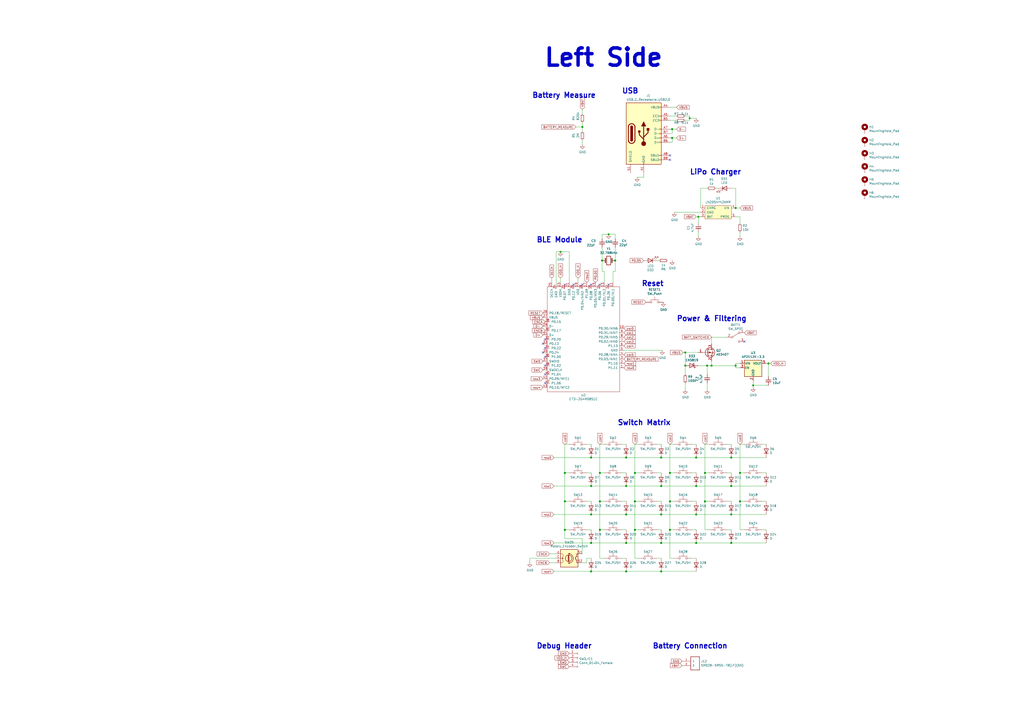
<source format=kicad_sch>
(kicad_sch (version 20201015) (generator eeschema)
  (paper "A2")
  (title_block (title "BlueSof") (date "2020-12-12") (rev "R1"))
  (junction (at 325.12 146.05) (diameter 0.9144))
  (junction (at 327.66 274.32) (diameter 1.016))
  (junction (at 327.66 290.83) (diameter 1.016))
  (junction (at 327.66 307.34) (diameter 1.016))
  (junction (at 337.82 73.66) (diameter 1.016))
  (junction (at 342.9 265.43) (diameter 1.016))
  (junction (at 342.9 281.94) (diameter 1.016))
  (junction (at 342.9 298.45) (diameter 1.016))
  (junction (at 342.9 314.96) (diameter 1.016))
  (junction (at 342.9 331.47) (diameter 1.016))
  (junction (at 347.98 274.32) (diameter 1.016))
  (junction (at 347.98 290.83) (diameter 1.016))
  (junction (at 347.98 307.34) (diameter 1.016))
  (junction (at 349.25 151.13) (diameter 1.016))
  (junction (at 353.06 135.89) (diameter 0.9144))
  (junction (at 356.87 151.13) (diameter 1.016))
  (junction (at 363.22 265.43) (diameter 1.016))
  (junction (at 363.22 281.94) (diameter 1.016))
  (junction (at 363.22 298.45) (diameter 1.016))
  (junction (at 363.22 314.96) (diameter 1.016))
  (junction (at 363.22 331.47) (diameter 1.016))
  (junction (at 368.3 274.32) (diameter 1.016))
  (junction (at 368.3 290.83) (diameter 1.016))
  (junction (at 368.3 307.34) (diameter 1.016))
  (junction (at 383.54 265.43) (diameter 1.016))
  (junction (at 383.54 281.94) (diameter 1.016))
  (junction (at 383.54 298.45) (diameter 1.016))
  (junction (at 383.54 314.96) (diameter 1.016))
  (junction (at 383.54 331.47) (diameter 1.016))
  (junction (at 388.62 274.32) (diameter 1.016))
  (junction (at 388.62 290.83) (diameter 1.016))
  (junction (at 388.62 307.34) (diameter 1.016))
  (junction (at 389.89 74.93) (diameter 1.016))
  (junction (at 389.89 80.01) (diameter 1.016))
  (junction (at 397.51 204.47) (diameter 1.016))
  (junction (at 397.51 212.09) (diameter 1.016))
  (junction (at 400.05 68.58) (diameter 0.9144))
  (junction (at 403.86 265.43) (diameter 1.016))
  (junction (at 403.86 281.94) (diameter 1.016))
  (junction (at 403.86 298.45) (diameter 1.016))
  (junction (at 403.86 314.96) (diameter 1.016))
  (junction (at 405.13 125.73) (diameter 1.016))
  (junction (at 408.94 274.32) (diameter 1.016))
  (junction (at 408.94 290.83) (diameter 1.016))
  (junction (at 410.21 212.09) (diameter 1.016))
  (junction (at 412.75 212.09) (diameter 1.016))
  (junction (at 424.18 265.43) (diameter 1.016))
  (junction (at 424.18 281.94) (diameter 1.016))
  (junction (at 424.18 298.45) (diameter 1.016))
  (junction (at 424.18 314.96) (diameter 1.016))
  (junction (at 426.72 120.65) (diameter 1.016))
  (junction (at 426.72 212.09) (diameter 1.016))
  (junction (at 429.26 274.32) (diameter 1.016))
  (junction (at 429.26 290.83) (diameter 1.016))
  (junction (at 436.88 223.52) (diameter 0.9144))
  (junction (at 445.77 210.82) (diameter 1.016))
  (no_connect (at 314.96 199.39))
  (no_connect (at 314.96 204.47))
  (no_connect (at 316.23 196.85))
  (no_connect (at 316.23 201.93))
  (no_connect (at 316.23 207.01))
  (no_connect (at 316.23 212.09))
  (no_connect (at 316.23 217.17))
  (no_connect (at 316.23 222.25))
  (no_connect (at 327.66 165.1))
  (no_connect (at 332.74 165.1))
  (no_connect (at 337.82 165.1))
  (no_connect (at 342.9 165.1))
  (no_connect (at 347.98 165.1))
  (no_connect (at 353.06 165.1))
  (no_connect (at 388.62 90.17))
  (no_connect (at 388.62 92.71))
  (no_connect (at 431.8 198.12))
  (wire (pts (xy 307.34 323.85) (xy 307.34 326.39)))
  (wire (pts (xy 318.77 321.31) (xy 322.58 321.31)))
  (wire (pts (xy 318.77 326.39) (xy 322.58 326.39)))
  (wire (pts (xy 320.04 163.83) (xy 320.04 161.29)))
  (wire (pts (xy 321.31 331.47) (xy 342.9 331.47)))
  (wire (pts (xy 322.58 146.05) (xy 325.12 146.05)))
  (wire (pts (xy 322.58 165.1) (xy 322.58 146.05)))
  (wire (pts (xy 322.58 323.85) (xy 307.34 323.85)))
  (wire (pts (xy 325.12 146.05) (xy 330.2 146.05)))
  (wire (pts (xy 325.12 163.83) (xy 325.12 161.29)))
  (wire (pts (xy 327.66 257.81) (xy 327.66 274.32)))
  (wire (pts (xy 327.66 257.81) (xy 330.2 257.81)))
  (wire (pts (xy 327.66 274.32) (xy 327.66 290.83)))
  (wire (pts (xy 327.66 274.32) (xy 330.2 274.32)))
  (wire (pts (xy 327.66 290.83) (xy 327.66 307.34)))
  (wire (pts (xy 327.66 290.83) (xy 330.2 290.83)))
  (wire (pts (xy 327.66 307.34) (xy 327.66 312.42)))
  (wire (pts (xy 327.66 307.34) (xy 330.2 307.34)))
  (wire (pts (xy 327.66 312.42) (xy 337.82 312.42)))
  (wire (pts (xy 330.2 163.83) (xy 330.2 146.05)))
  (wire (pts (xy 334.01 73.66) (xy 337.82 73.66)))
  (wire (pts (xy 335.28 163.83) (xy 335.28 161.29)))
  (wire (pts (xy 337.82 63.5) (xy 337.82 66.04)))
  (wire (pts (xy 337.82 71.12) (xy 337.82 73.66)))
  (wire (pts (xy 337.82 73.66) (xy 337.82 76.2)))
  (wire (pts (xy 337.82 81.28) (xy 337.82 83.82)))
  (wire (pts (xy 337.82 312.42) (xy 337.82 321.31)))
  (wire (pts (xy 337.82 326.39) (xy 340.36 326.39)))
  (wire (pts (xy 340.36 257.81) (xy 342.9 257.81)))
  (wire (pts (xy 340.36 274.32) (xy 342.9 274.32)))
  (wire (pts (xy 340.36 290.83) (xy 342.9 290.83)))
  (wire (pts (xy 340.36 307.34) (xy 342.9 307.34)))
  (wire (pts (xy 340.36 323.85) (xy 342.9 323.85)))
  (wire (pts (xy 340.36 326.39) (xy 340.36 323.85)))
  (wire (pts (xy 342.9 265.43) (xy 321.31 265.43)))
  (wire (pts (xy 342.9 281.94) (xy 321.31 281.94)))
  (wire (pts (xy 342.9 298.45) (xy 321.31 298.45)))
  (wire (pts (xy 342.9 314.96) (xy 321.31 314.96)))
  (wire (pts (xy 342.9 331.47) (xy 363.22 331.47)))
  (wire (pts (xy 347.98 257.81) (xy 347.98 274.32)))
  (wire (pts (xy 347.98 257.81) (xy 350.52 257.81)))
  (wire (pts (xy 347.98 274.32) (xy 347.98 290.83)))
  (wire (pts (xy 347.98 274.32) (xy 350.52 274.32)))
  (wire (pts (xy 347.98 290.83) (xy 347.98 307.34)))
  (wire (pts (xy 347.98 290.83) (xy 350.52 290.83)))
  (wire (pts (xy 347.98 307.34) (xy 347.98 323.85)))
  (wire (pts (xy 347.98 307.34) (xy 350.52 307.34)))
  (wire (pts (xy 347.98 323.85) (xy 350.52 323.85)))
  (wire (pts (xy 349.25 135.89) (xy 353.06 135.89)))
  (wire (pts (xy 349.25 138.43) (xy 349.25 135.89)))
  (wire (pts (xy 349.25 151.13) (xy 349.25 143.51)))
  (wire (pts (xy 349.25 157.48) (xy 349.25 151.13)))
  (wire (pts (xy 350.52 157.48) (xy 349.25 157.48)))
  (wire (pts (xy 350.52 163.83) (xy 350.52 157.48)))
  (wire (pts (xy 353.06 135.89) (xy 356.87 135.89)))
  (wire (pts (xy 355.6 157.48) (xy 356.87 157.48)))
  (wire (pts (xy 355.6 163.83) (xy 355.6 157.48)))
  (wire (pts (xy 356.87 135.89) (xy 356.87 138.43)))
  (wire (pts (xy 356.87 143.51) (xy 356.87 151.13)))
  (wire (pts (xy 356.87 157.48) (xy 356.87 151.13)))
  (wire (pts (xy 360.68 257.81) (xy 363.22 257.81)))
  (wire (pts (xy 360.68 274.32) (xy 363.22 274.32)))
  (wire (pts (xy 360.68 290.83) (xy 363.22 290.83)))
  (wire (pts (xy 360.68 307.34) (xy 363.22 307.34)))
  (wire (pts (xy 360.68 323.85) (xy 363.22 323.85)))
  (wire (pts (xy 361.95 203.2) (xy 384.175 203.2)))
  (wire (pts (xy 363.22 265.43) (xy 342.9 265.43)))
  (wire (pts (xy 363.22 265.43) (xy 383.54 265.43)))
  (wire (pts (xy 363.22 281.94) (xy 342.9 281.94)))
  (wire (pts (xy 363.22 281.94) (xy 383.54 281.94)))
  (wire (pts (xy 363.22 298.45) (xy 342.9 298.45)))
  (wire (pts (xy 363.22 298.45) (xy 383.54 298.45)))
  (wire (pts (xy 363.22 314.96) (xy 342.9 314.96)))
  (wire (pts (xy 363.22 314.96) (xy 383.54 314.96)))
  (wire (pts (xy 363.22 331.47) (xy 383.54 331.47)))
  (wire (pts (xy 368.3 257.81) (xy 368.3 274.32)))
  (wire (pts (xy 368.3 257.81) (xy 370.84 257.81)))
  (wire (pts (xy 368.3 274.32) (xy 368.3 290.83)))
  (wire (pts (xy 368.3 274.32) (xy 370.84 274.32)))
  (wire (pts (xy 368.3 290.83) (xy 368.3 307.34)))
  (wire (pts (xy 368.3 290.83) (xy 370.84 290.83)))
  (wire (pts (xy 368.3 307.34) (xy 368.3 323.85)))
  (wire (pts (xy 368.3 307.34) (xy 370.84 307.34)))
  (wire (pts (xy 368.3 323.85) (xy 370.84 323.85)))
  (wire (pts (xy 369.57 102.87) (xy 373.38 102.87)))
  (wire (pts (xy 373.38 102.87) (xy 373.38 100.33)))
  (wire (pts (xy 381 151.13) (xy 382.27 151.13)))
  (wire (pts (xy 381 257.81) (xy 383.54 257.81)))
  (wire (pts (xy 381 274.32) (xy 383.54 274.32)))
  (wire (pts (xy 381 290.83) (xy 383.54 290.83)))
  (wire (pts (xy 381 307.34) (xy 383.54 307.34)))
  (wire (pts (xy 381 323.85) (xy 383.54 323.85)))
  (wire (pts (xy 383.54 265.43) (xy 403.86 265.43)))
  (wire (pts (xy 383.54 281.94) (xy 403.86 281.94)))
  (wire (pts (xy 383.54 298.45) (xy 403.86 298.45)))
  (wire (pts (xy 383.54 314.96) (xy 403.86 314.96)))
  (wire (pts (xy 383.54 331.47) (xy 403.86 331.47)))
  (wire (pts (xy 388.62 74.93) (xy 389.89 74.93)))
  (wire (pts (xy 388.62 77.47) (xy 389.89 77.47)))
  (wire (pts (xy 388.62 80.01) (xy 389.89 80.01)))
  (wire (pts (xy 388.62 82.55) (xy 389.89 82.55)))
  (wire (pts (xy 388.62 257.81) (xy 388.62 274.32)))
  (wire (pts (xy 388.62 257.81) (xy 391.16 257.81)))
  (wire (pts (xy 388.62 274.32) (xy 388.62 290.83)))
  (wire (pts (xy 388.62 274.32) (xy 391.16 274.32)))
  (wire (pts (xy 388.62 290.83) (xy 388.62 307.34)))
  (wire (pts (xy 388.62 290.83) (xy 391.16 290.83)))
  (wire (pts (xy 388.62 307.34) (xy 388.62 323.85)))
  (wire (pts (xy 388.62 307.34) (xy 391.16 307.34)))
  (wire (pts (xy 388.62 323.85) (xy 391.16 323.85)))
  (wire (pts (xy 389.89 74.93) (xy 392.43 74.93)))
  (wire (pts (xy 389.89 77.47) (xy 389.89 74.93)))
  (wire (pts (xy 389.89 80.01) (xy 392.43 80.01)))
  (wire (pts (xy 389.89 82.55) (xy 389.89 80.01)))
  (wire (pts (xy 391.16 123.19) (xy 406.4 123.19)))
  (wire (pts (xy 392.43 62.23) (xy 388.62 62.23)))
  (wire (pts (xy 392.43 67.31) (xy 388.62 67.31)))
  (wire (pts (xy 392.43 69.85) (xy 388.62 69.85)))
  (wire (pts (xy 396.24 204.47) (xy 397.51 204.47)))
  (wire (pts (xy 397.51 67.31) (xy 400.05 67.31)))
  (wire (pts (xy 397.51 69.85) (xy 400.05 69.85)))
  (wire (pts (xy 397.51 204.47) (xy 397.51 212.09)))
  (wire (pts (xy 397.51 204.47) (xy 405.13 204.47)))
  (wire (pts (xy 397.51 217.17) (xy 397.51 212.09)))
  (wire (pts (xy 397.51 222.25) (xy 397.51 226.06)))
  (wire (pts (xy 400.05 67.31) (xy 400.05 68.58)))
  (wire (pts (xy 400.05 68.58) (xy 403.86 68.58)))
  (wire (pts (xy 400.05 69.85) (xy 400.05 68.58)))
  (wire (pts (xy 401.32 257.81) (xy 403.86 257.81)))
  (wire (pts (xy 401.32 274.32) (xy 403.86 274.32)))
  (wire (pts (xy 401.32 290.83) (xy 403.86 290.83)))
  (wire (pts (xy 401.32 307.34) (xy 403.86 307.34)))
  (wire (pts (xy 401.32 323.85) (xy 403.86 323.85)))
  (wire (pts (xy 403.86 281.94) (xy 424.18 281.94)))
  (wire (pts (xy 403.86 298.45) (xy 424.18 298.45)))
  (wire (pts (xy 403.86 314.96) (xy 424.18 314.96)))
  (wire (pts (xy 405.13 125.73) (xy 403.86 125.73)))
  (wire (pts (xy 405.13 125.73) (xy 405.13 129.54)))
  (wire (pts (xy 405.13 134.62) (xy 405.13 137.16)))
  (wire (pts (xy 405.13 212.09) (xy 410.21 212.09)))
  (wire (pts (xy 406.4 109.22) (xy 406.4 120.65)))
  (wire (pts (xy 406.4 125.73) (xy 405.13 125.73)))
  (wire (pts (xy 408.94 257.81) (xy 408.94 274.32)))
  (wire (pts (xy 408.94 257.81) (xy 411.48 257.81)))
  (wire (pts (xy 408.94 274.32) (xy 408.94 290.83)))
  (wire (pts (xy 408.94 274.32) (xy 411.48 274.32)))
  (wire (pts (xy 408.94 290.83) (xy 408.94 307.34)))
  (wire (pts (xy 408.94 290.83) (xy 411.48 290.83)))
  (wire (pts (xy 408.94 307.34) (xy 411.48 307.34)))
  (wire (pts (xy 410.21 109.22) (xy 406.4 109.22)))
  (wire (pts (xy 410.21 212.09) (xy 412.75 212.09)))
  (wire (pts (xy 410.21 217.17) (xy 410.21 212.09)))
  (wire (pts (xy 410.21 222.25) (xy 410.21 226.06)))
  (wire (pts (xy 412.75 195.58) (xy 412.75 199.39)))
  (wire (pts (xy 412.75 209.55) (xy 412.75 212.09)))
  (wire (pts (xy 412.75 212.09) (xy 426.72 212.09)))
  (wire (pts (xy 416.56 109.22) (xy 415.29 109.22)))
  (wire (pts (xy 421.64 195.58) (xy 412.75 195.58)))
  (wire (pts (xy 421.64 257.81) (xy 424.18 257.81)))
  (wire (pts (xy 421.64 274.32) (xy 424.18 274.32)))
  (wire (pts (xy 421.64 290.83) (xy 424.18 290.83)))
  (wire (pts (xy 421.64 307.34) (xy 424.18 307.34)))
  (wire (pts (xy 424.18 265.43) (xy 403.86 265.43)))
  (wire (pts (xy 424.18 265.43) (xy 444.5 265.43)))
  (wire (pts (xy 424.18 281.94) (xy 444.5 281.94)))
  (wire (pts (xy 424.18 298.45) (xy 444.5 298.45)))
  (wire (pts (xy 424.18 314.96) (xy 444.5 314.96)))
  (wire (pts (xy 426.72 109.22) (xy 424.18 109.22)))
  (wire (pts (xy 426.72 120.65) (xy 426.72 109.22)))
  (wire (pts (xy 426.72 125.73) (xy 429.26 125.73)))
  (wire (pts (xy 426.72 210.82) (xy 429.26 210.82)))
  (wire (pts (xy 426.72 212.09) (xy 426.72 210.82)))
  (wire (pts (xy 426.72 213.36) (xy 426.72 212.09)))
  (wire (pts (xy 426.72 213.36) (xy 429.26 213.36)))
  (wire (pts (xy 429.26 120.65) (xy 426.72 120.65)))
  (wire (pts (xy 429.26 125.73) (xy 429.26 129.54)))
  (wire (pts (xy 429.26 134.62) (xy 429.26 137.16)))
  (wire (pts (xy 429.26 257.81) (xy 429.26 274.32)))
  (wire (pts (xy 429.26 257.81) (xy 431.8 257.81)))
  (wire (pts (xy 429.26 274.32) (xy 429.26 290.83)))
  (wire (pts (xy 429.26 274.32) (xy 431.8 274.32)))
  (wire (pts (xy 429.26 290.83) (xy 429.26 307.34)))
  (wire (pts (xy 429.26 290.83) (xy 431.8 290.83)))
  (wire (pts (xy 429.26 307.34) (xy 431.8 307.34)))
  (wire (pts (xy 436.88 220.98) (xy 436.88 223.52)))
  (wire (pts (xy 436.88 223.52) (xy 436.88 224.79)))
  (wire (pts (xy 441.96 257.81) (xy 444.5 257.81)))
  (wire (pts (xy 441.96 274.32) (xy 444.5 274.32)))
  (wire (pts (xy 441.96 290.83) (xy 444.5 290.83)))
  (wire (pts (xy 441.96 307.34) (xy 444.5 307.34)))
  (wire (pts (xy 444.5 210.82) (xy 445.77 210.82)))
  (wire (pts (xy 445.77 210.82) (xy 447.04 210.82)))
  (wire (pts (xy 445.77 218.44) (xy 445.77 210.82)))
  (wire (pts (xy 445.77 223.52) (xy 436.88 223.52)))
  (text "Battery Measure" (at 308.61 57.15 0) (effects (font (size 2.9972 2.9972) (thickness 0.5994) bold) (justify left bottom)))
  (text "BLE Module" (at 311.15 140.97 0) (effects (font (size 2.9972 2.9972) (thickness 0.5994) bold) (justify left bottom)))
  (text "Debug Header" (at 311.15 376.555 0) (effects (font (size 2.9972 2.9972) (thickness 0.5994) bold) (justify left bottom)))
  (text "Left Side" (at 314.96 39.37 0) (effects (font (size 10.008 10.008) (thickness 2.0016) bold) (justify left bottom)))
  (text "Switch Matrix" (at 358.14 247.015 0) (effects (font (size 2.9972 2.9972) (thickness 0.5994) bold) (justify left bottom)))
  (text "USB" (at 360.68 54.61 0) (effects (font (size 2.9972 2.9972) (thickness 0.5994) bold) (justify left bottom)))
  (text "Reset" (at 372.11 166.37 0) (effects (font (size 2.9972 2.9972) (thickness 0.5994) bold) (justify left bottom)))
  (text "Battery Connection" (at 378.46 376.555 0) (effects (font (size 2.9972 2.9972) (thickness 0.5994) bold) (justify left bottom)))
  (text "Power & Filtering" (at 392.43 186.69 0) (effects (font (size 2.9972 2.9972) (thickness 0.5994) bold) (justify left bottom)))
  (text "LiPo Charger" (at 400.05 101.6 0) (effects (font (size 2.9972 2.9972) (thickness 0.5994) bold) (justify left bottom)))
  (global_label "RESET" (shape input) (at 314.96 181.61 180) (property "Intersheet References" "${INTERSHEET_REFS}" (effects hide)))
  (global_label "VBUS" (shape input) (at 314.96 184.15 180) (property "Intersheet References" "${INTERSHEET_REFS}" (effects hide)))
  (global_label "D-" (shape input) (at 314.96 189.23 180) (property "Intersheet References" "${INTERSHEET_REFS}" (effects hide)))
  (global_label "D+" (shape input) (at 314.96 194.31 180) (property "Intersheet References" "${INTERSHEET_REFS}" (effects hide)))
  (global_label "SWD" (shape input) (at 314.96 209.55 180) (property "Intersheet References" "${INTERSHEET_REFS}" (effects hide)))
  (global_label "SWC" (shape input) (at 314.96 214.63 180) (property "Intersheet References" "${INTERSHEET_REFS}" (effects hide)))
  (global_label "row3" (shape input) (at 314.96 219.71 180) (property "Intersheet References" "${INTERSHEET_REFS}" (effects hide)))
  (global_label "row4" (shape input) (at 314.96 224.79 180) (property "Intersheet References" "${INTERSHEET_REFS}" (effects hide)))
  (global_label "ENCA" (shape input) (at 316.23 186.69 180) (property "Intersheet References" "${INTERSHEET_REFS}" (effects hide)))
  (global_label "ENCB" (shape input) (at 316.23 191.77 180) (property "Intersheet References" "${INTERSHEET_REFS}" (effects hide)))
  (global_label "ENCA" (shape input) (at 318.77 321.31 180) (property "Intersheet References" "${INTERSHEET_REFS}" (effects hide)))
  (global_label "ENCB" (shape input) (at 318.77 326.39 180) (property "Intersheet References" "${INTERSHEET_REFS}" (effects hide)))
  (global_label "DCCH" (shape input) (at 320.04 161.29 90) (property "Intersheet References" "${INTERSHEET_REFS}" (effects hide)))
  (global_label "row0" (shape input) (at 321.31 265.43 180) (property "Intersheet References" "${INTERSHEET_REFS}" (effects hide)))
  (global_label "row1" (shape input) (at 321.31 281.94 180) (property "Intersheet References" "${INTERSHEET_REFS}" (effects hide)))
  (global_label "row2" (shape input) (at 321.31 298.45 180) (property "Intersheet References" "${INTERSHEET_REFS}" (effects hide)))
  (global_label "row3" (shape input) (at 321.31 314.96 180) (property "Intersheet References" "${INTERSHEET_REFS}" (effects hide)))
  (global_label "row4" (shape input) (at 321.31 331.47 180) (property "Intersheet References" "${INTERSHEET_REFS}" (effects hide)))
  (global_label "VDD_H" (shape input) (at 325.12 161.29 90) (property "Intersheet References" "${INTERSHEET_REFS}" (effects hide)))
  (global_label "col5" (shape input) (at 327.66 257.81 90) (property "Intersheet References" "${INTERSHEET_REFS}" (effects hide)))
  (global_label "GND" (shape input) (at 330.2 379.095 180) (property "Intersheet References" "${INTERSHEET_REFS}" (effects hide)))
  (global_label "VDD_H" (shape input) (at 330.2 381.635 180) (property "Intersheet References" "${INTERSHEET_REFS}" (effects hide)))
  (global_label "SWD" (shape input) (at 330.2 384.175 180) (property "Intersheet References" "${INTERSHEET_REFS}" (effects hide)))
  (global_label "SWC" (shape input) (at 330.2 386.715 180) (property "Intersheet References" "${INTERSHEET_REFS}" (effects hide)))
  (global_label "BATTERY_MEASURE" (shape input) (at 334.01 73.66 180) (property "Intersheet References" "${INTERSHEET_REFS}" (effects hide)))
  (global_label "VDD_H" (shape input) (at 335.28 161.29 90) (property "Intersheet References" "${INTERSHEET_REFS}" (effects hide)))
  (global_label "VBAT" (shape input) (at 337.82 63.5 90) (property "Intersheet References" "${INTERSHEET_REFS}" (effects hide)))
  (global_label "row2" (shape input) (at 340.36 163.83 90) (property "Intersheet References" "${INTERSHEET_REFS}" (effects hide)))
  (global_label "P0.05" (shape input) (at 345.44 163.83 90) (property "Intersheet References" "${INTERSHEET_REFS}" (effects hide)))
  (global_label "col4" (shape input) (at 347.98 257.81 90) (property "Intersheet References" "${INTERSHEET_REFS}" (effects hide)))
  (global_label "col0" (shape input) (at 361.95 190.5 0) (property "Intersheet References" "${INTERSHEET_REFS}" (effects hide)))
  (global_label "col1" (shape input) (at 361.95 193.04 0) (property "Intersheet References" "${INTERSHEET_REFS}" (effects hide)))
  (global_label "col2" (shape input) (at 361.95 195.58 0) (property "Intersheet References" "${INTERSHEET_REFS}" (effects hide)))
  (global_label "col3" (shape input) (at 361.95 198.12 0) (property "Intersheet References" "${INTERSHEET_REFS}" (effects hide)))
  (global_label "col4" (shape input) (at 361.95 200.66 0) (property "Intersheet References" "${INTERSHEET_REFS}" (effects hide)))
  (global_label "col5" (shape input) (at 361.95 205.74 0) (property "Intersheet References" "${INTERSHEET_REFS}" (effects hide)))
  (global_label "BATTERY_MEASURE" (shape input) (at 361.95 208.28 0) (property "Intersheet References" "${INTERSHEET_REFS}" (effects hide)))
  (global_label "row1" (shape input) (at 361.95 210.82 0) (property "Intersheet References" "${INTERSHEET_REFS}" (effects hide)))
  (global_label "row0" (shape input) (at 361.95 213.36 0) (property "Intersheet References" "${INTERSHEET_REFS}" (effects hide)))
  (global_label "col3" (shape input) (at 368.3 257.81 90) (property "Intersheet References" "${INTERSHEET_REFS}" (effects hide)))
  (global_label "P0.05" (shape input) (at 373.38 151.13 180) (property "Intersheet References" "${INTERSHEET_REFS}" (effects hide)))
  (global_label "RESET" (shape input) (at 374.65 175.26 180) (property "Intersheet References" "${INTERSHEET_REFS}" (effects hide)))
  (global_label "col2" (shape input) (at 388.62 257.81 90) (property "Intersheet References" "${INTERSHEET_REFS}" (effects hide)))
  (global_label "VBUS" (shape input) (at 392.43 62.23 0) (property "Intersheet References" "${INTERSHEET_REFS}" (effects hide)))
  (global_label "D-" (shape input) (at 392.43 74.93 0) (property "Intersheet References" "${INTERSHEET_REFS}" (effects hide)))
  (global_label "D+" (shape input) (at 392.43 80.01 0) (property "Intersheet References" "${INTERSHEET_REFS}" (effects hide)))
  (global_label "GND" (shape input) (at 395.605 383.54 180) (property "Intersheet References" "${INTERSHEET_REFS}" (effects hide)))
  (global_label "VBAT" (shape input) (at 395.605 386.08 180) (property "Intersheet References" "${INTERSHEET_REFS}" (effects hide)))
  (global_label "VBUS" (shape input) (at 396.24 204.47 180) (property "Intersheet References" "${INTERSHEET_REFS}" (effects hide)))
  (global_label "VBAT" (shape input) (at 403.86 125.73 180) (property "Intersheet References" "${INTERSHEET_REFS}" (effects hide)))
  (global_label "col1" (shape input) (at 408.94 257.81 90) (property "Intersheet References" "${INTERSHEET_REFS}" (effects hide)))
  (global_label "BATT_SWITCHED" (shape input) (at 412.75 195.58 180) (property "Intersheet References" "${INTERSHEET_REFS}" (effects hide)))
  (global_label "VBUS" (shape input) (at 429.26 120.65 0) (property "Intersheet References" "${INTERSHEET_REFS}" (effects hide)))
  (global_label "col0" (shape input) (at 429.26 257.81 90) (property "Intersheet References" "${INTERSHEET_REFS}" (effects hide)))
  (global_label "VBAT" (shape input) (at 431.8 193.04 0) (property "Intersheet References" "${INTERSHEET_REFS}" (effects hide)))
  (global_label "VDD_H" (shape input) (at 447.04 210.82 0) (property "Intersheet References" "${INTERSHEET_REFS}" (effects hide)))
  (symbol (lib_id "power:GND") (at 307.34 326.39 0) (unit 1)
    (property "Reference" "#PWR0103" (effects hide))
    (property "Value" "GND" (at 307.467 330.7842 0))
  )
  (symbol (lib_id "power:GND") (at 325.12 146.05 0) (unit 1)
    (property "Reference" "#PWR0102" (effects hide))
    (property "Value" "GND" (at 325.247 150.4442 0))
  )
  (symbol (lib_id "power:GND") (at 337.82 83.82 0) (unit 1)
    (property "Reference" "#PWR0108" (effects hide))
    (property "Value" "GND" (at 337.947 88.2142 0))
  )
  (symbol (lib_id "power:GND") (at 353.06 135.89 0) (unit 1)
    (property "Reference" "#PWR0116" (effects hide))
    (property "Value" "GND" (at 353.187 140.2842 0))
  )
  (symbol (lib_id "power:GND") (at 369.57 102.87 0) (unit 1)
    (property "Reference" "#PWR0101" (effects hide))
    (property "Value" "GND" (at 369.697 107.2642 0))
  )
  (symbol (lib_id "power:GND") (at 384.175 203.2 0) (unit 1)
    (property "Reference" "#PWR0115" (effects hide))
    (property "Value" "GND" (at 384.302 207.5942 0))
  )
  (symbol (lib_id "power:GND") (at 384.81 175.26 0) (unit 1)
    (property "Reference" "#PWR0114" (effects hide))
    (property "Value" "GND" (at 384.937 179.6542 0))
  )
  (symbol (lib_id "power:GND") (at 389.89 151.13 0) (unit 1)
    (property "Reference" "#PWR0113" (effects hide))
    (property "Value" "GND" (at 390.017 155.5242 0))
  )
  (symbol (lib_id "power:GND") (at 391.16 123.19 0) (unit 1)
    (property "Reference" "#PWR0104" (effects hide))
    (property "Value" "GND" (at 391.287 127.5842 0))
  )
  (symbol (lib_id "power:GND") (at 397.51 226.06 0) (unit 1)
    (property "Reference" "#PWR0111" (effects hide))
    (property "Value" "GND" (at 397.637 230.4542 0))
  )
  (symbol (lib_id "power:GND") (at 403.86 68.58 0) (unit 1)
    (property "Reference" "#PWR0109" (effects hide))
    (property "Value" "GND" (at 403.987 72.9742 0))
  )
  (symbol (lib_id "power:GND") (at 405.13 137.16 0) (unit 1)
    (property "Reference" "#PWR0105" (effects hide))
    (property "Value" "GND" (at 405.257 141.5542 0))
  )
  (symbol (lib_id "power:GND") (at 410.21 226.06 0) (unit 1)
    (property "Reference" "#PWR0112" (effects hide))
    (property "Value" "GND" (at 410.337 230.4542 0))
  )
  (symbol (lib_id "power:GND") (at 429.26 137.16 0) (unit 1)
    (property "Reference" "#PWR0106" (effects hide))
    (property "Value" "GND" (at 429.387 141.5542 0))
  )
  (symbol (lib_id "power:GND") (at 436.88 224.79 0) (unit 1)
    (property "Reference" "#PWR0110" (effects hide))
    (property "Value" "GND" (at 437.007 229.1842 0))
  )
  (symbol (lib_id "Device:R_Small") (at 337.82 68.58 0) (unit 1)
    (property "Reference" "R4" (at 332.74 69.85 90) (effects (justify left)))
    (property "Value" "820k" (at 335.28 69.85 90) (effects (justify left)))
    (property "Footprint" "Resistor_SMD:R_0603_1608Metric_Pad0.98x0.95mm_HandSolder" (effects hide))
  )
  (symbol (lib_id "Device:R_Small") (at 337.82 78.74 0) (unit 1)
    (property "Reference" "R5" (at 332.74 80.01 90) (effects (justify left)))
    (property "Value" "2M" (at 335.28 80.01 90) (effects (justify left)))
    (property "Footprint" "Resistor_SMD:R_0603_1608Metric_Pad0.98x0.95mm_HandSolder" (effects hide))
  )
  (symbol (lib_id "Device:R_Small") (at 384.81 151.13 90) (unit 1)
    (property "Reference" "R6" (at 384.81 156.1084 90))
    (property "Value" "1k" (at 384.81 153.797 90))
    (property "Footprint" "Resistor_SMD:R_0603_1608Metric_Pad0.98x0.95mm_HandSolder" (effects hide))
  )
  (symbol (lib_id "Device:R_Small") (at 394.97 67.31 90) (unit 1)
    (property "Reference" "R7" (at 393.7 66.04 90) (effects (justify left)))
    (property "Value" "5.1k" (at 399.415 66.04 90) (effects (justify left)))
    (property "Footprint" "Resistor_SMD:R_0603_1608Metric_Pad0.98x0.95mm_HandSolder" (effects hide))
  )
  (symbol (lib_id "Device:R_Small") (at 394.97 69.85 90) (unit 1)
    (property "Reference" "R8" (at 393.7 71.12 90) (effects (justify left)))
    (property "Value" "5.1k" (at 399.415 71.12 90) (effects (justify left)))
    (property "Footprint" "Resistor_SMD:R_0603_1608Metric_Pad0.98x0.95mm_HandSolder" (effects hide))
  )
  (symbol (lib_id "Device:R_Small") (at 397.51 219.71 0) (unit 1)
    (property "Reference" "R9" (at 399.0086 218.5416 0) (effects (justify left)))
    (property "Value" "100k" (at 399.0086 220.853 0) (effects (justify left)))
    (property "Footprint" "Resistor_SMD:R_0603_1608Metric_Pad0.98x0.95mm_HandSolder" (effects hide))
  )
  (symbol (lib_id "Device:R_Small") (at 412.75 109.22 270) (unit 1)
    (property "Reference" "R1" (at 412.75 104.2416 90))
    (property "Value" "1k" (at 412.75 106.553 90))
    (property "Footprint" "Resistor_SMD:R_0603_1608Metric_Pad0.98x0.95mm_HandSolder" (effects hide))
  )
  (symbol (lib_id "Device:R_Small") (at 429.26 132.08 0) (unit 1)
    (property "Reference" "R2" (at 430.7586 130.9116 0) (effects (justify left)))
    (property "Value" "10k" (at 430.7586 133.223 0) (effects (justify left)))
    (property "Footprint" "Resistor_SMD:R_0603_1608Metric_Pad0.98x0.95mm_HandSolder" (effects hide))
  )
  (symbol (lib_id "Device:C_Small") (at 349.25 140.97 0) (unit 1)
    (property "Reference" "C3" (at 342.9 139.7 0) (effects (justify left)))
    (property "Value" "22pF" (at 340.36 142.24 0) (effects (justify left)))
    (property "Footprint" "Capacitor_SMD:C_0603_1608Metric_Pad1.08x0.95mm_HandSolder" (effects hide))
  )
  (symbol (lib_id "Device:C_Small") (at 356.87 140.97 0) (unit 1)
    (property "Reference" "C4" (at 360.68 139.7 0) (effects (justify left)))
    (property "Value" "22pF" (at 359.2068 142.113 0) (effects (justify left)))
    (property "Footprint" "Capacitor_SMD:C_0603_1608Metric_Pad1.08x0.95mm_HandSolder" (effects hide))
  )
  (symbol (lib_id "Device:C_Small") (at 405.13 132.08 0) (unit 1)
    (property "Reference" "C1" (at 399.3134 132.08 90))
    (property "Value" "4.7uF" (at 401.6248 132.08 90))
    (property "Footprint" "Capacitor_SMD:C_0603_1608Metric_Pad1.08x0.95mm_HandSolder" (effects hide))
  )
  (symbol (lib_id "Device:C_Small") (at 410.21 219.71 0) (unit 1)
    (property "Reference" "C2" (at 404.3934 219.71 90))
    (property "Value" "4.7uF" (at 406.7048 219.71 90))
    (property "Footprint" "Capacitor_SMD:C_0603_1608Metric_Pad1.08x0.95mm_HandSolder" (effects hide))
  )
  (symbol (lib_id "Device:C_Small") (at 445.77 220.98 0) (unit 1)
    (property "Reference" "C5" (at 448.1068 219.8116 0) (effects (justify left)))
    (property "Value" "10uF" (at 448.1068 222.123 0) (effects (justify left)))
    (property "Footprint" "Capacitor_SMD:C_0603_1608Metric_Pad1.08x0.95mm_HandSolder" (effects hide))
  )
  (symbol (lib_id "Mechanical:MountingHole_Pad") (at 501.65 74.93 0) (unit 1)
    (property "Reference" "H1" (at 504.1901 73.6536 0) (effects (justify left)))
    (property "Value" "MountingHole_Pad" (at 504.1901 75.9523 0) (effects (justify left)))
    (property "Footprint" "MountingHole:MountingHole_4.3mm_M4" (effects hide))
  )
  (symbol (lib_id "Mechanical:MountingHole_Pad") (at 501.65 82.55 0) (unit 1)
    (property "Reference" "H2" (at 504.1901 81.2736 0) (effects (justify left)))
    (property "Value" "MountingHole_Pad" (at 504.1901 83.5723 0) (effects (justify left)))
    (property "Footprint" "MountingHole:MountingHole_4.3mm_M4" (effects hide))
  )
  (symbol (lib_id "Mechanical:MountingHole_Pad") (at 501.65 90.17 0) (unit 1)
    (property "Reference" "H3" (at 504.19 88.894 0) (effects (justify left)))
    (property "Value" "MountingHole_Pad" (at 504.1901 91.1923 0) (effects (justify left)))
    (property "Footprint" "MountingHole:MountingHole_4.3mm_M4" (effects hide))
  )
  (symbol (lib_id "Mechanical:MountingHole_Pad") (at 501.65 97.79 0) (unit 1)
    (property "Reference" "H4" (at 504.19 96.514 0) (effects (justify left)))
    (property "Value" "MountingHole_Pad" (at 504.1901 98.8123 0) (effects (justify left)))
    (property "Footprint" "MountingHole:MountingHole_4.3mm_M4" (effects hide))
  )
  (symbol (lib_id "Mechanical:MountingHole_Pad") (at 501.65 105.41 0) (unit 1)
    (property "Reference" "H5" (at 504.19 104.134 0) (effects (justify left)))
    (property "Value" "MountingHole_Pad" (at 504.1901 106.4323 0) (effects (justify left)))
    (property "Footprint" "MountingHole:MountingHole_4.3mm_M4" (effects hide))
  )
  (symbol (lib_id "Mechanical:MountingHole_Pad") (at 501.65 113.03 0) (unit 1)
    (property "Reference" "H6" (at 504.19 111.754 0) (effects (justify left)))
    (property "Value" "MountingHole_Pad" (at 504.1901 114.0523 0) (effects (justify left)))
    (property "Footprint" "MountingHole:MountingHole_4.3mm_M4" (effects hide))
  )
  (symbol (lib_id "Diode:1N4148") (at 342.9 261.62 90) (unit 1)
    (property "Reference" "D1" (at 344.9066 260.4516 90) (effects (justify right)))
    (property "Value" "D" (at 344.9066 262.763 90) (effects (justify right)))
    (property "Footprint" "Diode_SMD:D_SOD-123" (effects hide))
  )
  (symbol (lib_id "Diode:1N4148") (at 342.9 278.13 90) (unit 1)
    (property "Reference" "D7" (at 344.9066 276.9616 90) (effects (justify right)))
    (property "Value" "D" (at 344.9066 279.273 90) (effects (justify right)))
    (property "Footprint" "Diode_SMD:D_SOD-123" (effects hide))
  )
  (symbol (lib_id "Diode:1N4148") (at 342.9 294.64 90) (unit 1)
    (property "Reference" "D13" (at 344.9066 293.4716 90) (effects (justify right)))
    (property "Value" "D" (at 344.9066 295.783 90) (effects (justify right)))
    (property "Footprint" "Diode_SMD:D_SOD-123" (effects hide))
  )
  (symbol (lib_id "Diode:1N4148") (at 342.9 311.15 90) (unit 1)
    (property "Reference" "D19" (at 344.9066 309.9816 90) (effects (justify right)))
    (property "Value" "D" (at 344.9066 312.293 90) (effects (justify right)))
    (property "Footprint" "Diode_SMD:D_SOD-123" (effects hide))
  )
  (symbol (lib_id "Diode:1N4148") (at 342.9 327.66 90) (unit 1)
    (property "Reference" "D25" (at 344.9066 326.4916 90) (effects (justify right)))
    (property "Value" "D" (at 344.9066 328.803 90) (effects (justify right)))
    (property "Footprint" "Diode_SMD:D_SOD-123" (effects hide))
  )
  (symbol (lib_id "Diode:1N4148") (at 363.22 261.62 90) (unit 1)
    (property "Reference" "D2" (at 365.2266 260.4516 90) (effects (justify right)))
    (property "Value" "D" (at 365.2266 262.763 90) (effects (justify right)))
    (property "Footprint" "Diode_SMD:D_SOD-123" (effects hide))
  )
  (symbol (lib_id "Diode:1N4148") (at 363.22 278.13 90) (unit 1)
    (property "Reference" "D8" (at 365.2266 276.9616 90) (effects (justify right)))
    (property "Value" "D" (at 365.2266 279.273 90) (effects (justify right)))
    (property "Footprint" "Diode_SMD:D_SOD-123" (effects hide))
  )
  (symbol (lib_id "Diode:1N4148") (at 363.22 294.64 90) (unit 1)
    (property "Reference" "D14" (at 365.2266 293.4716 90) (effects (justify right)))
    (property "Value" "D" (at 365.2266 295.783 90) (effects (justify right)))
    (property "Footprint" "Diode_SMD:D_SOD-123" (effects hide))
  )
  (symbol (lib_id "Diode:1N4148") (at 363.22 311.15 90) (unit 1)
    (property "Reference" "D20" (at 365.2266 309.9816 90) (effects (justify right)))
    (property "Value" "D" (at 365.2266 312.293 90) (effects (justify right)))
    (property "Footprint" "Diode_SMD:D_SOD-123" (effects hide))
  )
  (symbol (lib_id "Diode:1N4148") (at 363.22 327.66 90) (unit 1)
    (property "Reference" "D26" (at 365.2266 326.4916 90) (effects (justify right)))
    (property "Value" "D" (at 365.2266 328.803 90) (effects (justify right)))
    (property "Footprint" "Diode_SMD:D_SOD-123" (effects hide))
  )
  (symbol (lib_id "Diode:1N4148") (at 383.54 261.62 90) (unit 1)
    (property "Reference" "D3" (at 385.5466 260.4516 90) (effects (justify right)))
    (property "Value" "D" (at 385.5466 262.763 90) (effects (justify right)))
    (property "Footprint" "Diode_SMD:D_SOD-123" (effects hide))
  )
  (symbol (lib_id "Diode:1N4148") (at 383.54 278.13 90) (unit 1)
    (property "Reference" "D9" (at 385.5466 276.9616 90) (effects (justify right)))
    (property "Value" "D" (at 385.5466 279.273 90) (effects (justify right)))
    (property "Footprint" "Diode_SMD:D_SOD-123" (effects hide))
  )
  (symbol (lib_id "Diode:1N4148") (at 383.54 294.64 90) (unit 1)
    (property "Reference" "D15" (at 385.5466 293.4716 90) (effects (justify right)))
    (property "Value" "D" (at 385.5466 295.783 90) (effects (justify right)))
    (property "Footprint" "Diode_SMD:D_SOD-123" (effects hide))
  )
  (symbol (lib_id "Diode:1N4148") (at 383.54 311.15 90) (unit 1)
    (property "Reference" "D21" (at 385.5466 309.9816 90) (effects (justify right)))
    (property "Value" "D" (at 385.5466 312.293 90) (effects (justify right)))
    (property "Footprint" "Diode_SMD:D_SOD-123" (effects hide))
  )
  (symbol (lib_id "Diode:1N4148") (at 383.54 327.66 90) (unit 1)
    (property "Reference" "D27" (at 385.5466 326.4916 90) (effects (justify right)))
    (property "Value" "D" (at 385.5466 328.803 90) (effects (justify right)))
    (property "Footprint" "Diode_SMD:D_SOD-123" (effects hide))
  )
  (symbol (lib_id "Diode:1N5819") (at 401.32 212.09 180) (unit 1)
    (property "Reference" "D33" (at 401.32 206.5782 0))
    (property "Value" "1N5819" (at 401.32 208.8896 0))
    (property "Footprint" "Diode_SMD:D_SOD-323_HandSoldering" (effects hide))
    (property "Datasheet" "http://www.vishay.com/docs/88525/1n5817.pdf" (effects hide))
  )
  (symbol (lib_id "Diode:1N4148") (at 403.86 261.62 90) (unit 1)
    (property "Reference" "D4" (at 405.8666 260.4516 90) (effects (justify right)))
    (property "Value" "D" (at 405.8666 262.763 90) (effects (justify right)))
    (property "Footprint" "Diode_SMD:D_SOD-123" (effects hide))
  )
  (symbol (lib_id "Diode:1N4148") (at 403.86 278.13 90) (unit 1)
    (property "Reference" "D10" (at 405.8666 276.9616 90) (effects (justify right)))
    (property "Value" "D" (at 405.8666 279.273 90) (effects (justify right)))
    (property "Footprint" "Diode_SMD:D_SOD-123" (effects hide))
  )
  (symbol (lib_id "Diode:1N4148") (at 403.86 294.64 90) (unit 1)
    (property "Reference" "D16" (at 405.8666 293.4716 90) (effects (justify right)))
    (property "Value" "D" (at 405.8666 295.783 90) (effects (justify right)))
    (property "Footprint" "Diode_SMD:D_SOD-123" (effects hide))
  )
  (symbol (lib_id "Diode:1N4148") (at 403.86 311.15 90) (unit 1)
    (property "Reference" "D22" (at 405.8666 309.9816 90) (effects (justify right)))
    (property "Value" "D" (at 405.8666 312.293 90) (effects (justify right)))
    (property "Footprint" "Diode_SMD:D_SOD-123" (effects hide))
  )
  (symbol (lib_id "Diode:1N4148") (at 403.86 327.66 90) (unit 1)
    (property "Reference" "D28" (at 405.8666 326.4916 90) (effects (justify right)))
    (property "Value" "D" (at 405.8666 328.803 90) (effects (justify right)))
    (property "Footprint" "Diode_SMD:D_SOD-123" (effects hide))
  )
  (symbol (lib_id "Diode:1N4148") (at 424.18 261.62 90) (unit 1)
    (property "Reference" "D5" (at 426.1866 260.4516 90) (effects (justify right)))
    (property "Value" "D" (at 426.1866 262.763 90) (effects (justify right)))
    (property "Footprint" "Diode_SMD:D_SOD-123" (effects hide))
  )
  (symbol (lib_id "Diode:1N4148") (at 424.18 278.13 90) (unit 1)
    (property "Reference" "D11" (at 426.1866 276.9616 90) (effects (justify right)))
    (property "Value" "D" (at 426.1866 279.273 90) (effects (justify right)))
    (property "Footprint" "Diode_SMD:D_SOD-123" (effects hide))
  )
  (symbol (lib_id "Diode:1N4148") (at 424.18 294.64 90) (unit 1)
    (property "Reference" "D17" (at 426.1866 293.4716 90) (effects (justify right)))
    (property "Value" "D" (at 426.1866 295.783 90) (effects (justify right)))
    (property "Footprint" "Diode_SMD:D_SOD-123" (effects hide))
  )
  (symbol (lib_id "Diode:1N4148") (at 424.18 311.15 90) (unit 1)
    (property "Reference" "D23" (at 426.1866 309.9816 90) (effects (justify right)))
    (property "Value" "D" (at 426.1866 312.293 90) (effects (justify right)))
    (property "Footprint" "Diode_SMD:D_SOD-123" (effects hide))
  )
  (symbol (lib_id "Diode:1N4148") (at 444.5 261.62 90) (unit 1)
    (property "Reference" "D6" (at 446.5066 260.4516 90) (effects (justify right)))
    (property "Value" "D" (at 446.5066 262.763 90) (effects (justify right)))
    (property "Footprint" "Diode_SMD:D_SOD-123" (effects hide))
  )
  (symbol (lib_id "Diode:1N4148") (at 444.5 278.13 90) (unit 1)
    (property "Reference" "D12" (at 446.5066 276.9616 90) (effects (justify right)))
    (property "Value" "D" (at 446.5066 279.273 90) (effects (justify right)))
    (property "Footprint" "Diode_SMD:D_SOD-123" (effects hide))
  )
  (symbol (lib_id "Diode:1N4148") (at 444.5 294.64 90) (unit 1)
    (property "Reference" "D18" (at 446.5066 293.4716 90) (effects (justify right)))
    (property "Value" "D" (at 446.5066 295.783 90) (effects (justify right)))
    (property "Footprint" "Diode_SMD:D_SOD-123" (effects hide))
  )
  (symbol (lib_id "Diode:1N4148") (at 444.5 311.15 90) (unit 1)
    (property "Reference" "D24" (at 446.5066 309.9816 90) (effects (justify right)))
    (property "Value" "D" (at 446.5066 312.293 90) (effects (justify right)))
    (property "Footprint" "Diode_SMD:D_SOD-123" (effects hide))
  )
  (symbol (lib_id "Device:LED") (at 377.19 151.13 180) (unit 1)
    (property "Reference" "D32" (at 377.3678 156.6418 0))
    (property "Value" "LED" (at 377.3678 154.3304 0))
    (property "Footprint" "LED_SMD:LED_0603_1608Metric_Pad1.05x0.95mm_HandSolder" (effects hide))
  )
  (symbol (lib_id "Device:LED") (at 420.37 109.22 0) (unit 1)
    (property "Reference" "D31" (at 420.1922 103.7082 0))
    (property "Value" "LED" (at 420.1922 106.0196 0))
    (property "Footprint" "LED_SMD:LED_0603_1608Metric_Pad1.05x0.95mm_HandSolder" (effects hide))
  )
  (symbol (lib_id "Switch:SW_Push") (at 335.28 257.81 0) (unit 1)
    (property "Reference" "SW1" (at 335.28 254 0))
    (property "Value" "SW_PUSH" (at 335.28 260.35 0))
    (property "Footprint" "BlueSof:KailhLowProfile" (effects hide))
  )
  (symbol (lib_id "Switch:SW_Push") (at 335.28 274.32 0) (unit 1)
    (property "Reference" "SW7" (at 335.28 270.51 0))
    (property "Value" "SW_PUSH" (at 335.28 276.86 0))
    (property "Footprint" "BlueSof:KailhLowProfile" (effects hide))
  )
  (symbol (lib_id "Switch:SW_Push") (at 335.28 290.83 0) (unit 1)
    (property "Reference" "SW13" (at 335.28 287.02 0))
    (property "Value" "SW_PUSH" (at 335.28 293.37 0))
    (property "Footprint" "BlueSof:KailhLowProfile" (effects hide))
  )
  (symbol (lib_id "Switch:SW_Push") (at 335.28 307.34 0) (unit 1)
    (property "Reference" "SW19" (at 335.28 303.53 0))
    (property "Value" "SW_PUSH" (at 335.28 309.88 0))
    (property "Footprint" "BlueSof:KailhLowProfile" (effects hide))
  )
  (symbol (lib_id "Switch:SW_Push") (at 355.6 257.81 0) (unit 1)
    (property "Reference" "SW2" (at 355.6 254 0))
    (property "Value" "SW_PUSH" (at 355.6 260.35 0))
    (property "Footprint" "BlueSof:KailhLowProfile" (effects hide))
  )
  (symbol (lib_id "Switch:SW_Push") (at 355.6 274.32 0) (unit 1)
    (property "Reference" "SW8" (at 355.6 270.51 0))
    (property "Value" "SW_PUSH" (at 355.6 276.86 0))
    (property "Footprint" "BlueSof:KailhLowProfile" (effects hide))
  )
  (symbol (lib_id "Switch:SW_Push") (at 355.6 290.83 0) (unit 1)
    (property "Reference" "SW14" (at 355.6 287.02 0))
    (property "Value" "SW_PUSH" (at 355.6 293.37 0))
    (property "Footprint" "BlueSof:KailhLowProfile" (effects hide))
  )
  (symbol (lib_id "Switch:SW_Push") (at 355.6 307.34 0) (unit 1)
    (property "Reference" "SW20" (at 355.6 303.53 0))
    (property "Value" "SW_PUSH" (at 355.6 309.88 0))
    (property "Footprint" "BlueSof:KailhLowProfile" (effects hide))
  )
  (symbol (lib_id "Switch:SW_Push") (at 355.6 323.85 0) (unit 1)
    (property "Reference" "SW26" (at 355.6 320.04 0))
    (property "Value" "SW_PUSH" (at 355.6 326.39 0))
    (property "Footprint" "BlueSof:KailhLowProfile_1.5U" (effects hide))
  )
  (symbol (lib_id "Switch:SW_Push") (at 375.92 257.81 0) (unit 1)
    (property "Reference" "SW3" (at 375.92 254 0))
    (property "Value" "SW_PUSH" (at 375.92 260.35 0))
    (property "Footprint" "BlueSof:KailhLowProfile" (effects hide))
  )
  (symbol (lib_id "Switch:SW_Push") (at 375.92 274.32 0) (unit 1)
    (property "Reference" "SW9" (at 375.92 270.51 0))
    (property "Value" "SW_PUSH" (at 375.92 276.86 0))
    (property "Footprint" "BlueSof:KailhLowProfile" (effects hide))
  )
  (symbol (lib_id "Switch:SW_Push") (at 375.92 290.83 0) (unit 1)
    (property "Reference" "SW15" (at 375.92 287.02 0))
    (property "Value" "SW_PUSH" (at 375.92 293.37 0))
    (property "Footprint" "BlueSof:KailhLowProfile" (effects hide))
  )
  (symbol (lib_id "Switch:SW_Push") (at 375.92 307.34 0) (unit 1)
    (property "Reference" "SW21" (at 375.92 303.53 0))
    (property "Value" "SW_PUSH" (at 375.92 309.88 0))
    (property "Footprint" "BlueSof:KailhLowProfile" (effects hide))
  )
  (symbol (lib_id "Switch:SW_Push") (at 375.92 323.85 0) (unit 1)
    (property "Reference" "SW27" (at 375.92 320.04 0))
    (property "Value" "SW_PUSH" (at 375.92 326.39 0))
    (property "Footprint" "BlueSof:KailhLowProfile" (effects hide))
  )
  (symbol (lib_id "Switch:SW_Push") (at 379.73 175.26 0) (unit 1)
    (property "Reference" "RESET1" (at 379.73 168.021 0))
    (property "Value" "SW_Push" (at 379.73 170.3324 0))
    (property "Footprint" "Button_Switch_SMD:SW_SPST_B3U-1000P" (effects hide))
  )
  (symbol (lib_id "Switch:SW_Push") (at 396.24 257.81 0) (unit 1)
    (property "Reference" "SW4" (at 396.24 254 0))
    (property "Value" "SW_PUSH" (at 396.24 260.35 0))
    (property "Footprint" "BlueSof:KailhLowProfile" (effects hide))
  )
  (symbol (lib_id "Switch:SW_Push") (at 396.24 274.32 0) (unit 1)
    (property "Reference" "SW10" (at 396.24 270.51 0))
    (property "Value" "SW_PUSH" (at 396.24 276.86 0))
    (property "Footprint" "BlueSof:KailhLowProfile" (effects hide))
  )
  (symbol (lib_id "Switch:SW_Push") (at 396.24 290.83 0) (unit 1)
    (property "Reference" "SW16" (at 396.24 287.02 0))
    (property "Value" "SW_PUSH" (at 396.24 293.37 0))
    (property "Footprint" "BlueSof:KailhLowProfile" (effects hide))
  )
  (symbol (lib_id "Switch:SW_Push") (at 396.24 307.34 0) (unit 1)
    (property "Reference" "SW22" (at 396.24 303.53 0))
    (property "Value" "SW_PUSH" (at 396.24 309.88 0))
    (property "Footprint" "BlueSof:KailhLowProfile" (effects hide))
  )
  (symbol (lib_id "Switch:SW_Push") (at 396.24 323.85 0) (unit 1)
    (property "Reference" "SW28" (at 396.24 320.04 0))
    (property "Value" "SW_PUSH" (at 396.24 326.39 0))
    (property "Footprint" "BlueSof:KailhLowProfile" (effects hide))
  )
  (symbol (lib_id "Switch:SW_Push") (at 416.56 257.81 0) (unit 1)
    (property "Reference" "SW5" (at 416.56 254 0))
    (property "Value" "SW_PUSH" (at 416.56 260.35 0))
    (property "Footprint" "BlueSof:KailhLowProfile" (effects hide))
  )
  (symbol (lib_id "Switch:SW_Push") (at 416.56 274.32 0) (unit 1)
    (property "Reference" "SW11" (at 416.56 270.51 0))
    (property "Value" "SW_PUSH" (at 416.56 276.86 0))
    (property "Footprint" "BlueSof:KailhLowProfile" (effects hide))
  )
  (symbol (lib_id "Switch:SW_Push") (at 416.56 290.83 0) (unit 1)
    (property "Reference" "SW17" (at 416.56 287.02 0))
    (property "Value" "SW_PUSH" (at 416.56 293.37 0))
    (property "Footprint" "BlueSof:KailhLowProfile" (effects hide))
  )
  (symbol (lib_id "Switch:SW_Push") (at 416.56 307.34 0) (unit 1)
    (property "Reference" "SW23" (at 416.56 303.53 0))
    (property "Value" "SW_PUSH" (at 416.56 309.88 0))
    (property "Footprint" "BlueSof:KailhLowProfile" (effects hide))
  )
  (symbol (lib_id "Switch:SW_Push") (at 436.88 257.81 0) (unit 1)
    (property "Reference" "SW6" (at 436.88 254 0))
    (property "Value" "SW_PUSH" (at 436.88 259.08 0))
    (property "Footprint" "BlueSof:KailhLowProfile" (effects hide))
  )
  (symbol (lib_id "Switch:SW_Push") (at 436.88 274.32 0) (unit 1)
    (property "Reference" "SW12" (at 436.88 270.51 0))
    (property "Value" "SW_PUSH" (at 436.88 276.86 0))
    (property "Footprint" "BlueSof:KailhLowProfile" (effects hide))
  )
  (symbol (lib_id "Switch:SW_Push") (at 436.88 290.83 0) (unit 1)
    (property "Reference" "SW18" (at 436.88 287.02 0))
    (property "Value" "SW_PUSH" (at 436.88 293.37 0))
    (property "Footprint" "BlueSof:KailhLowProfile" (effects hide))
  )
  (symbol (lib_id "Switch:SW_Push") (at 436.88 307.34 0) (unit 1)
    (property "Reference" "SW24" (at 436.88 303.53 0))
    (property "Value" "SW_PUSH" (at 436.88 309.88 0))
    (property "Footprint" "BlueSof:KailhLowProfile" (effects hide))
  )
  (symbol (lib_id "Device:Crystal") (at 353.06 151.13 0) (unit 1)
    (property "Reference" "Y1" (at 353.06 144.3228 0))
    (property "Value" "32.768kHz" (at 353.06 146.6342 0))
    (property "Footprint" "Crystal:Crystal_SMD_MicroCrystal_CM9V-T1A-2Pin_1.6x1.0mm_HandSoldering" (effects hide))
  )
  (symbol (lib_id "Connector:Conn_01x04_Female") (at 335.28 381.635 0) (unit 1)
    (property "Reference" "SWD/C1" (at 335.991 382.245 0) (effects (justify left)))
    (property "Value" "Conn_01x04_Female" (at 335.9912 384.556 0) (effects (justify left)))
    (property "Footprint" "Connector_PinHeader_2.54mm:PinHeader_1x04_P2.54mm_Vertical" (effects hide))
  )
  (symbol (lib_id "Switch:SW_SPDT") (at 426.72 195.58 0) (unit 1)
    (property "Reference" "BATT1" (at 426.72 188.4488 0))
    (property "Value" "SW_SPDT" (at 426.72 190.7475 0))
    (property "Footprint" "BlueSof:SW-TH_MSK12C02" (effects hide))
  )
  (symbol (lib_id "SM02B-SRSS-TB_LF__SN_:SM02B-SRSS-TB(LF)(SN)") (at 395.605 388.62 0) (unit 1)
    (property "Reference" "J12" (at 406.5271 383.6606 0) (effects (justify left)))
    (property "Value" "SM02B-SRSS-TB(LF)(SN)" (at 406.5271 385.9593 0) (effects (justify left)))
    (property "Footprint" "BlueSof:SM02B-SRSS-TB(LF)(SN)" (effects hide))
    (property "MP" "SM02B-SRSS-TB_LF__SN_" (effects hide))
    (property "AVAILABILITY" "Good" (effects hide))
    (property "PRICE" "0.23 USD" (effects hide))
    (property "DESCRIPTION" "SH Series 2 Position 1 mm Pitch Surface Mount Side Entry Shrouded Header" (effects hide))
    (property "MF" "JST" (effects hide))
    (property "PACKAGE" "None" (effects hide))
  )
  (symbol (lib_id "Device:Q_PMOS_GSD") (at 410.21 204.47 0) (unit 1)
    (property "Reference" "Q2" (at 415.417 203.3016 0) (effects (justify left)))
    (property "Value" "A03407" (at 415.417 205.613 0) (effects (justify left)))
    (property "Footprint" "Package_TO_SOT_SMD:SOT-23" (effects hide))
  )
  (symbol (lib_id "BlueSof-rescue:LN2054Y42AMR-ELLOW") (at 416.56 123.19 0) (unit 1)
    (property "Reference" "U1" (at 416.56 114.935 0))
    (property "Value" "LN2054Y42AMR" (at 416.56 117.2464 0))
    (property "Footprint" "Package_TO_SOT_SMD:SOT-23-5" (effects hide))
  )
  (symbol (lib_id "BlueSof:Rotary_Encoder_Switch-Device-SofleKeyboard-rescue") (at 330.2 323.85 0) (unit 1)
    (property "Reference" "SW25" (at 330.2 314.5282 0))
    (property "Value" "Rotary_Encoder_Switch" (at 330.2 316.8396 0))
    (property "Footprint" "Rotary_Encoder:RotaryEncoder_Alps_EC11E-Switch_Vertical_H20mm" (effects hide))
  )
  (symbol (lib_id "Regulator_Linear:AP2112K-3.3") (at 436.88 213.36 0) (unit 1)
    (property "Reference" "U3" (at 436.88 204.6732 0))
    (property "Value" "AP2112K-3.3" (at 436.88 206.9846 0))
    (property "Footprint" "Package_TO_SOT_SMD:SOT-23-5" (effects hide))
    (property "Datasheet" "https://www.diodes.com/assets/Datasheets/AP2112.pdf" (effects hide))
  )
  (symbol (lib_id "Connector:USB_C_Receptacle_USB2.0") (at 373.38 77.47 0) (unit 1)
    (property "Reference" "J1" (at 376.0978 55.4482 0))
    (property "Value" "USB_C_Receptacle_USB2.0" (at 376.0978 57.7596 0))
    (property "Footprint" "BlueSof:USB-C_C168688" (effects hide))
    (property "Datasheet" "https://www.usb.org/sites/default/files/documents/usb_type-c.zip" (effects hide))
  )
  (symbol (lib_id "BlueSof:E73-2G4M08S1C") (at 336.55 200.66 0) (unit 1)
    (property "Reference" "U2" (at 338.455 229.1842 0))
    (property "Value" "E73-2G4M08S1C" (at 338.455 231.4956 0))
    (property "Footprint" "BlueSof:E73-2G4M08S1C-52840_minimal_inside_pads" (effects hide))
  )
)
</source>
